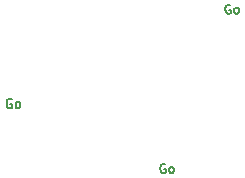
<source format=gto>
G04 #@! TF.FileFunction,Legend,Top*
%FSLAX46Y46*%
G04 Gerber Fmt 4.6, Leading zero omitted, Abs format (unit mm)*
G04 Created by KiCad (PCBNEW 0.201506222247+5806~23~ubuntu14.04.1-product) date Sun 28 Jun 2015 20:13:25 CEST*
%MOMM*%
G01*
G04 APERTURE LIST*
%ADD10C,0.127000*%
G04 APERTURE END LIST*
D10*
X-9645143Y-3619000D02*
X-9717714Y-3582714D01*
X-9826571Y-3582714D01*
X-9935428Y-3619000D01*
X-10008000Y-3691571D01*
X-10044285Y-3764143D01*
X-10080571Y-3909286D01*
X-10080571Y-4018143D01*
X-10044285Y-4163286D01*
X-10008000Y-4235857D01*
X-9935428Y-4308429D01*
X-9826571Y-4344714D01*
X-9754000Y-4344714D01*
X-9645143Y-4308429D01*
X-9608857Y-4272143D01*
X-9608857Y-4018143D01*
X-9754000Y-4018143D01*
X-9173428Y-4344714D02*
X-9246000Y-4308429D01*
X-9282285Y-4272143D01*
X-9318571Y-4199571D01*
X-9318571Y-3981857D01*
X-9282285Y-3909286D01*
X-9246000Y-3873000D01*
X-9173428Y-3836714D01*
X-9064571Y-3836714D01*
X-8992000Y-3873000D01*
X-8955714Y-3909286D01*
X-8919428Y-3981857D01*
X-8919428Y-4199571D01*
X-8955714Y-4272143D01*
X-8992000Y-4308429D01*
X-9064571Y-4344714D01*
X-9173428Y-4344714D01*
X3354857Y-9119000D02*
X3282286Y-9082714D01*
X3173429Y-9082714D01*
X3064572Y-9119000D01*
X2992000Y-9191571D01*
X2955715Y-9264143D01*
X2919429Y-9409286D01*
X2919429Y-9518143D01*
X2955715Y-9663286D01*
X2992000Y-9735857D01*
X3064572Y-9808429D01*
X3173429Y-9844714D01*
X3246000Y-9844714D01*
X3354857Y-9808429D01*
X3391143Y-9772143D01*
X3391143Y-9518143D01*
X3246000Y-9518143D01*
X3826572Y-9844714D02*
X3754000Y-9808429D01*
X3717715Y-9772143D01*
X3681429Y-9699571D01*
X3681429Y-9481857D01*
X3717715Y-9409286D01*
X3754000Y-9373000D01*
X3826572Y-9336714D01*
X3935429Y-9336714D01*
X4008000Y-9373000D01*
X4044286Y-9409286D01*
X4080572Y-9481857D01*
X4080572Y-9699571D01*
X4044286Y-9772143D01*
X4008000Y-9808429D01*
X3935429Y-9844714D01*
X3826572Y-9844714D01*
X8854857Y4381000D02*
X8782286Y4417286D01*
X8673429Y4417286D01*
X8564572Y4381000D01*
X8492000Y4308429D01*
X8455715Y4235857D01*
X8419429Y4090714D01*
X8419429Y3981857D01*
X8455715Y3836714D01*
X8492000Y3764143D01*
X8564572Y3691571D01*
X8673429Y3655286D01*
X8746000Y3655286D01*
X8854857Y3691571D01*
X8891143Y3727857D01*
X8891143Y3981857D01*
X8746000Y3981857D01*
X9326572Y3655286D02*
X9254000Y3691571D01*
X9217715Y3727857D01*
X9181429Y3800429D01*
X9181429Y4018143D01*
X9217715Y4090714D01*
X9254000Y4127000D01*
X9326572Y4163286D01*
X9435429Y4163286D01*
X9508000Y4127000D01*
X9544286Y4090714D01*
X9580572Y4018143D01*
X9580572Y3800429D01*
X9544286Y3727857D01*
X9508000Y3691571D01*
X9435429Y3655286D01*
X9326572Y3655286D01*
M02*

</source>
